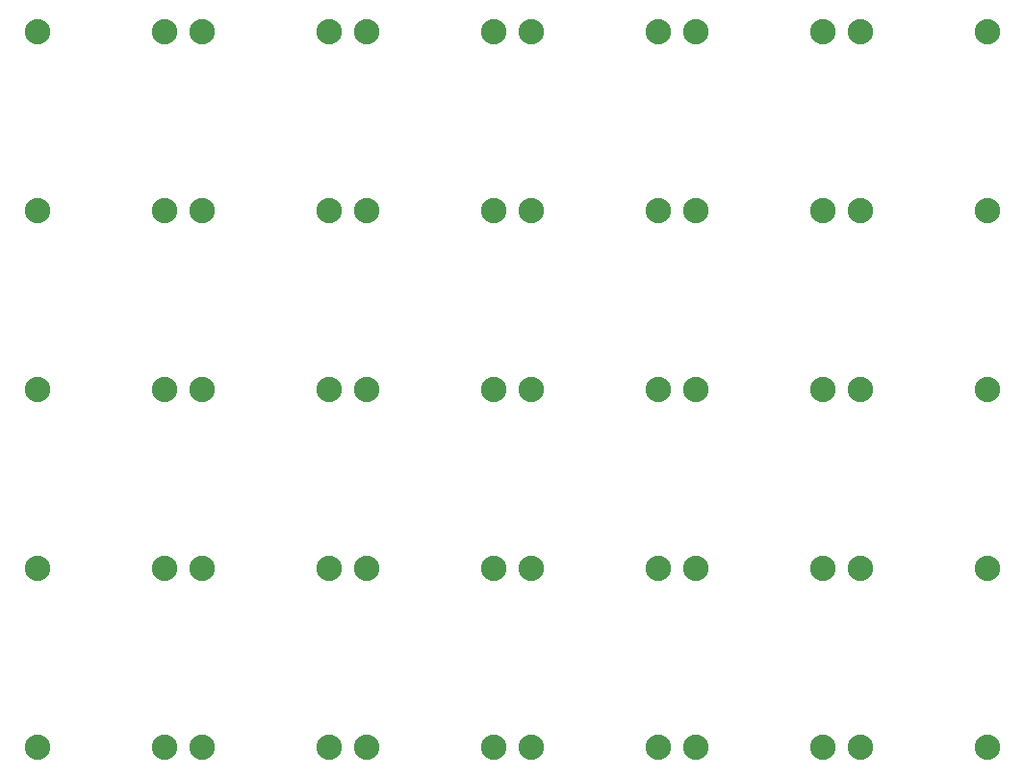
<source format=gbs>
G75*
%MOIN*%
%OFA0B0*%
%FSLAX25Y25*%
%IPPOS*%
%LPD*%
%AMOC8*
5,1,8,0,0,1.08239X$1,22.5*
%
%ADD10C,0.08800*%
D10*
X0034250Y0038750D03*
X0078250Y0038750D03*
X0091250Y0038750D03*
X0135250Y0038750D03*
X0148250Y0038750D03*
X0192250Y0038750D03*
X0205250Y0038750D03*
X0249250Y0038750D03*
X0262250Y0038750D03*
X0306250Y0038750D03*
X0319250Y0038750D03*
X0363250Y0038750D03*
X0363250Y0100750D03*
X0319250Y0100750D03*
X0306250Y0100750D03*
X0262250Y0100750D03*
X0249250Y0100750D03*
X0205250Y0100750D03*
X0192250Y0100750D03*
X0148250Y0100750D03*
X0135250Y0100750D03*
X0091250Y0100750D03*
X0078250Y0100750D03*
X0034250Y0100750D03*
X0034250Y0162750D03*
X0078250Y0162750D03*
X0091250Y0162750D03*
X0135250Y0162750D03*
X0148250Y0162750D03*
X0192250Y0162750D03*
X0205250Y0162750D03*
X0249250Y0162750D03*
X0262250Y0162750D03*
X0306250Y0162750D03*
X0319250Y0162750D03*
X0363250Y0162750D03*
X0363250Y0224750D03*
X0319250Y0224750D03*
X0306250Y0224750D03*
X0262250Y0224750D03*
X0249250Y0224750D03*
X0205250Y0224750D03*
X0192250Y0224750D03*
X0148250Y0224750D03*
X0135250Y0224750D03*
X0091250Y0224750D03*
X0078250Y0224750D03*
X0034250Y0224750D03*
X0034250Y0286750D03*
X0078250Y0286750D03*
X0091250Y0286750D03*
X0135250Y0286750D03*
X0148250Y0286750D03*
X0192250Y0286750D03*
X0205250Y0286750D03*
X0249250Y0286750D03*
X0262250Y0286750D03*
X0306250Y0286750D03*
X0319250Y0286750D03*
X0363250Y0286750D03*
M02*

</source>
